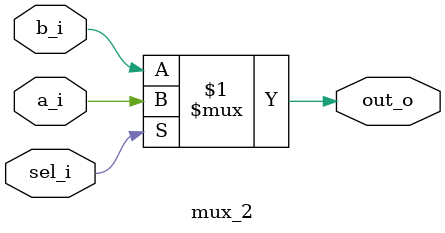
<source format=v>
module mux_2(
    a_i,
    b_i,
    sel_i,
    out_o
);
    
    input a_i, b_i, sel_i;
    output out_o;
    
    // Two-to-one multiplexer
    assign out_o = sel_i?a_i:b_i;
    
endmodule

</source>
